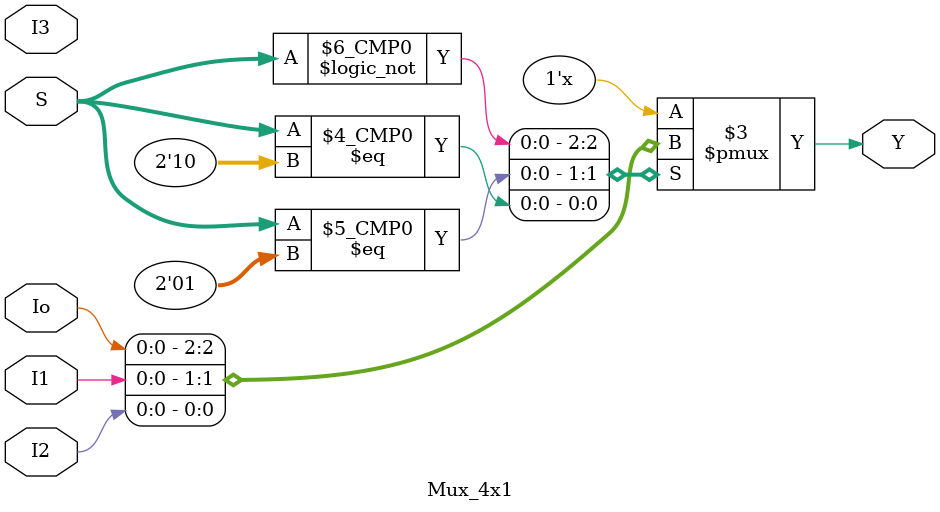
<source format=sv>
module Mux_4x1(
    input Io,
    input I1,
    input I2,
    input I3,
    input [1:0] S,
    
    output reg Y
);
 always @(*) begin
 case(S)
 2'b00:Y=Io;
 2'b01:Y=I1;
 2'b10:Y=I2;
 2'b00:Y=I3;
 endcase
 end
 endmodule


</source>
